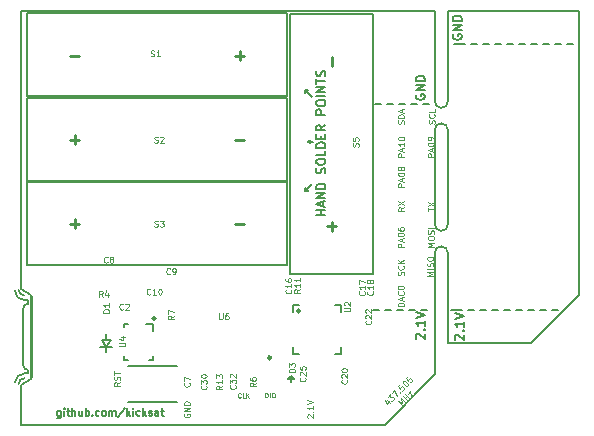
<source format=gbr>
%TF.GenerationSoftware,KiCad,Pcbnew,(6.0.0-rc1-dev-1614-ge850a482d)*%
%TF.CreationDate,2019-02-12T09:03:14-08:00*%
%TF.ProjectId,spriteSAMD,73707269-7465-4534-914d-442e6b696361,rev?*%
%TF.SameCoordinates,Original*%
%TF.FileFunction,Legend,Top*%
%TF.FilePolarity,Positive*%
%FSLAX46Y46*%
G04 Gerber Fmt 4.6, Leading zero omitted, Abs format (unit mm)*
G04 Created by KiCad (PCBNEW (6.0.0-rc1-dev-1614-ge850a482d)) date 2019-02-12 09:03:14*
%MOMM*%
%LPD*%
G04 APERTURE LIST*
%ADD10C,0.150000*%
%ADD11C,0.190500*%
%ADD12C,0.101600*%
%ADD13C,0.127000*%
%ADD14C,0.095250*%
%ADD15C,0.152400*%
%ADD16C,0.254000*%
%ADD17C,0.203200*%
%ADD18C,0.250000*%
G04 APERTURE END LIST*
D10*
X106172000Y-85090000D02*
X106426000Y-85090000D01*
X106172000Y-85217000D02*
X105981500Y-85090000D01*
X106172000Y-84963000D02*
X106172000Y-85217000D01*
X105981500Y-85090000D02*
X106172000Y-84963000D01*
X105981500Y-80708500D02*
X105727500Y-80962500D01*
X105727500Y-80962500D02*
X105727500Y-80708500D01*
X105727500Y-80708500D02*
X105981500Y-80708500D01*
X106299000Y-81280000D02*
X105727500Y-80708500D01*
X105981500Y-89217500D02*
X105727500Y-89217500D01*
X105727500Y-88963500D02*
X105981500Y-89217500D01*
X105727500Y-89217500D02*
X105727500Y-88963500D01*
X106299000Y-88646000D02*
X105727500Y-89217500D01*
D11*
X107469214Y-91313000D02*
X106707214Y-91313000D01*
X107070071Y-91313000D02*
X107070071Y-90877571D01*
X107469214Y-90877571D02*
X106707214Y-90877571D01*
X107251500Y-90551000D02*
X107251500Y-90188142D01*
X107469214Y-90623571D02*
X106707214Y-90369571D01*
X107469214Y-90115571D01*
X107469214Y-89861571D02*
X106707214Y-89861571D01*
X107469214Y-89426142D01*
X106707214Y-89426142D01*
X107469214Y-89063285D02*
X106707214Y-89063285D01*
X106707214Y-88881857D01*
X106743500Y-88773000D01*
X106816071Y-88700428D01*
X106888642Y-88664142D01*
X107033785Y-88627857D01*
X107142642Y-88627857D01*
X107287785Y-88664142D01*
X107360357Y-88700428D01*
X107432928Y-88773000D01*
X107469214Y-88881857D01*
X107469214Y-89063285D01*
X107432928Y-87757000D02*
X107469214Y-87648142D01*
X107469214Y-87466714D01*
X107432928Y-87394142D01*
X107396642Y-87357857D01*
X107324071Y-87321571D01*
X107251500Y-87321571D01*
X107178928Y-87357857D01*
X107142642Y-87394142D01*
X107106357Y-87466714D01*
X107070071Y-87611857D01*
X107033785Y-87684428D01*
X106997500Y-87720714D01*
X106924928Y-87757000D01*
X106852357Y-87757000D01*
X106779785Y-87720714D01*
X106743500Y-87684428D01*
X106707214Y-87611857D01*
X106707214Y-87430428D01*
X106743500Y-87321571D01*
X106707214Y-86849857D02*
X106707214Y-86704714D01*
X106743500Y-86632142D01*
X106816071Y-86559571D01*
X106961214Y-86523285D01*
X107215214Y-86523285D01*
X107360357Y-86559571D01*
X107432928Y-86632142D01*
X107469214Y-86704714D01*
X107469214Y-86849857D01*
X107432928Y-86922428D01*
X107360357Y-86995000D01*
X107215214Y-87031285D01*
X106961214Y-87031285D01*
X106816071Y-86995000D01*
X106743500Y-86922428D01*
X106707214Y-86849857D01*
X107469214Y-85833857D02*
X107469214Y-86196714D01*
X106707214Y-86196714D01*
X107469214Y-85579857D02*
X106707214Y-85579857D01*
X106707214Y-85398428D01*
X106743500Y-85289571D01*
X106816071Y-85217000D01*
X106888642Y-85180714D01*
X107033785Y-85144428D01*
X107142642Y-85144428D01*
X107287785Y-85180714D01*
X107360357Y-85217000D01*
X107432928Y-85289571D01*
X107469214Y-85398428D01*
X107469214Y-85579857D01*
X107070071Y-84817857D02*
X107070071Y-84563857D01*
X107469214Y-84455000D02*
X107469214Y-84817857D01*
X106707214Y-84817857D01*
X106707214Y-84455000D01*
X107469214Y-83693000D02*
X107106357Y-83947000D01*
X107469214Y-84128428D02*
X106707214Y-84128428D01*
X106707214Y-83838142D01*
X106743500Y-83765571D01*
X106779785Y-83729285D01*
X106852357Y-83693000D01*
X106961214Y-83693000D01*
X107033785Y-83729285D01*
X107070071Y-83765571D01*
X107106357Y-83838142D01*
X107106357Y-84128428D01*
X107469214Y-82785857D02*
X106707214Y-82785857D01*
X106707214Y-82495571D01*
X106743500Y-82423000D01*
X106779785Y-82386714D01*
X106852357Y-82350428D01*
X106961214Y-82350428D01*
X107033785Y-82386714D01*
X107070071Y-82423000D01*
X107106357Y-82495571D01*
X107106357Y-82785857D01*
X106707214Y-81878714D02*
X106707214Y-81733571D01*
X106743500Y-81661000D01*
X106816071Y-81588428D01*
X106961214Y-81552142D01*
X107215214Y-81552142D01*
X107360357Y-81588428D01*
X107432928Y-81661000D01*
X107469214Y-81733571D01*
X107469214Y-81878714D01*
X107432928Y-81951285D01*
X107360357Y-82023857D01*
X107215214Y-82060142D01*
X106961214Y-82060142D01*
X106816071Y-82023857D01*
X106743500Y-81951285D01*
X106707214Y-81878714D01*
X107469214Y-81225571D02*
X106707214Y-81225571D01*
X107469214Y-80862714D02*
X106707214Y-80862714D01*
X107469214Y-80427285D01*
X106707214Y-80427285D01*
X106707214Y-80173285D02*
X106707214Y-79737857D01*
X107469214Y-79955571D02*
X106707214Y-79955571D01*
X107432928Y-79520142D02*
X107469214Y-79411285D01*
X107469214Y-79229857D01*
X107432928Y-79157285D01*
X107396642Y-79121000D01*
X107324071Y-79084714D01*
X107251500Y-79084714D01*
X107178928Y-79121000D01*
X107142642Y-79157285D01*
X107106357Y-79229857D01*
X107070071Y-79375000D01*
X107033785Y-79447571D01*
X106997500Y-79483857D01*
X106924928Y-79520142D01*
X106852357Y-79520142D01*
X106779785Y-79483857D01*
X106743500Y-79447571D01*
X106707214Y-79375000D01*
X106707214Y-79193571D01*
X106743500Y-79084714D01*
D12*
X114110709Y-98992266D02*
X113602709Y-98992266D01*
X113602709Y-98871314D01*
X113626900Y-98798742D01*
X113675280Y-98750361D01*
X113723661Y-98726171D01*
X113820423Y-98701980D01*
X113892995Y-98701980D01*
X113989757Y-98726171D01*
X114038138Y-98750361D01*
X114086519Y-98798742D01*
X114110709Y-98871314D01*
X114110709Y-98992266D01*
X113965566Y-98508457D02*
X113965566Y-98266552D01*
X114110709Y-98556838D02*
X113602709Y-98387504D01*
X114110709Y-98218171D01*
X114062328Y-97758552D02*
X114086519Y-97782742D01*
X114110709Y-97855314D01*
X114110709Y-97903695D01*
X114086519Y-97976266D01*
X114038138Y-98024647D01*
X113989757Y-98048838D01*
X113892995Y-98073028D01*
X113820423Y-98073028D01*
X113723661Y-98048838D01*
X113675280Y-98024647D01*
X113626900Y-97976266D01*
X113602709Y-97903695D01*
X113602709Y-97855314D01*
X113626900Y-97782742D01*
X113651090Y-97758552D01*
X113602709Y-97444076D02*
X113602709Y-97395695D01*
X113626900Y-97347314D01*
X113651090Y-97323123D01*
X113699471Y-97298933D01*
X113796233Y-97274742D01*
X113917185Y-97274742D01*
X114013947Y-97298933D01*
X114062328Y-97323123D01*
X114086519Y-97347314D01*
X114110709Y-97395695D01*
X114110709Y-97444076D01*
X114086519Y-97492457D01*
X114062328Y-97516647D01*
X114013947Y-97540838D01*
X113917185Y-97565028D01*
X113796233Y-97565028D01*
X113699471Y-97540838D01*
X113651090Y-97516647D01*
X113626900Y-97492457D01*
X113602709Y-97444076D01*
X95504000Y-108133847D02*
X95479809Y-108182228D01*
X95479809Y-108254800D01*
X95504000Y-108327371D01*
X95552380Y-108375752D01*
X95600761Y-108399942D01*
X95697523Y-108424133D01*
X95770095Y-108424133D01*
X95866857Y-108399942D01*
X95915238Y-108375752D01*
X95963619Y-108327371D01*
X95987809Y-108254800D01*
X95987809Y-108206419D01*
X95963619Y-108133847D01*
X95939428Y-108109657D01*
X95770095Y-108109657D01*
X95770095Y-108206419D01*
X95987809Y-107891942D02*
X95479809Y-107891942D01*
X95987809Y-107601657D01*
X95479809Y-107601657D01*
X95987809Y-107359752D02*
X95479809Y-107359752D01*
X95479809Y-107238800D01*
X95504000Y-107166228D01*
X95552380Y-107117847D01*
X95600761Y-107093657D01*
X95697523Y-107069466D01*
X95770095Y-107069466D01*
X95866857Y-107093657D01*
X95915238Y-107117847D01*
X95963619Y-107166228D01*
X95987809Y-107238800D01*
X95987809Y-107359752D01*
D13*
X85042223Y-107852028D02*
X85042223Y-108366076D01*
X85011985Y-108426552D01*
X84981747Y-108456790D01*
X84921271Y-108487028D01*
X84830557Y-108487028D01*
X84770080Y-108456790D01*
X85042223Y-108245123D02*
X84981747Y-108275361D01*
X84860795Y-108275361D01*
X84800319Y-108245123D01*
X84770080Y-108214885D01*
X84739842Y-108154409D01*
X84739842Y-107972980D01*
X84770080Y-107912504D01*
X84800319Y-107882266D01*
X84860795Y-107852028D01*
X84981747Y-107852028D01*
X85042223Y-107882266D01*
X85344604Y-108275361D02*
X85344604Y-107852028D01*
X85344604Y-107640361D02*
X85314366Y-107670600D01*
X85344604Y-107700838D01*
X85374842Y-107670600D01*
X85344604Y-107640361D01*
X85344604Y-107700838D01*
X85556271Y-107852028D02*
X85798176Y-107852028D01*
X85646985Y-107640361D02*
X85646985Y-108184647D01*
X85677223Y-108245123D01*
X85737700Y-108275361D01*
X85798176Y-108275361D01*
X86009842Y-108275361D02*
X86009842Y-107640361D01*
X86281985Y-108275361D02*
X86281985Y-107942742D01*
X86251747Y-107882266D01*
X86191271Y-107852028D01*
X86100557Y-107852028D01*
X86040080Y-107882266D01*
X86009842Y-107912504D01*
X86856509Y-107852028D02*
X86856509Y-108275361D01*
X86584366Y-107852028D02*
X86584366Y-108184647D01*
X86614604Y-108245123D01*
X86675080Y-108275361D01*
X86765795Y-108275361D01*
X86826271Y-108245123D01*
X86856509Y-108214885D01*
X87158890Y-108275361D02*
X87158890Y-107640361D01*
X87158890Y-107882266D02*
X87219366Y-107852028D01*
X87340319Y-107852028D01*
X87400795Y-107882266D01*
X87431033Y-107912504D01*
X87461271Y-107972980D01*
X87461271Y-108154409D01*
X87431033Y-108214885D01*
X87400795Y-108245123D01*
X87340319Y-108275361D01*
X87219366Y-108275361D01*
X87158890Y-108245123D01*
X87733414Y-108214885D02*
X87763652Y-108245123D01*
X87733414Y-108275361D01*
X87703176Y-108245123D01*
X87733414Y-108214885D01*
X87733414Y-108275361D01*
X88307938Y-108245123D02*
X88247461Y-108275361D01*
X88126509Y-108275361D01*
X88066033Y-108245123D01*
X88035795Y-108214885D01*
X88005557Y-108154409D01*
X88005557Y-107972980D01*
X88035795Y-107912504D01*
X88066033Y-107882266D01*
X88126509Y-107852028D01*
X88247461Y-107852028D01*
X88307938Y-107882266D01*
X88670795Y-108275361D02*
X88610319Y-108245123D01*
X88580080Y-108214885D01*
X88549842Y-108154409D01*
X88549842Y-107972980D01*
X88580080Y-107912504D01*
X88610319Y-107882266D01*
X88670795Y-107852028D01*
X88761509Y-107852028D01*
X88821985Y-107882266D01*
X88852223Y-107912504D01*
X88882461Y-107972980D01*
X88882461Y-108154409D01*
X88852223Y-108214885D01*
X88821985Y-108245123D01*
X88761509Y-108275361D01*
X88670795Y-108275361D01*
X89154604Y-108275361D02*
X89154604Y-107852028D01*
X89154604Y-107912504D02*
X89184842Y-107882266D01*
X89245319Y-107852028D01*
X89336033Y-107852028D01*
X89396509Y-107882266D01*
X89426747Y-107942742D01*
X89426747Y-108275361D01*
X89426747Y-107942742D02*
X89456985Y-107882266D01*
X89517461Y-107852028D01*
X89608176Y-107852028D01*
X89668652Y-107882266D01*
X89698890Y-107942742D01*
X89698890Y-108275361D01*
X90454842Y-107610123D02*
X89910557Y-108426552D01*
X90666509Y-108275361D02*
X90666509Y-107640361D01*
X90726985Y-108033457D02*
X90908414Y-108275361D01*
X90908414Y-107852028D02*
X90666509Y-108093933D01*
X91180557Y-108275361D02*
X91180557Y-107852028D01*
X91180557Y-107640361D02*
X91150319Y-107670600D01*
X91180557Y-107700838D01*
X91210795Y-107670600D01*
X91180557Y-107640361D01*
X91180557Y-107700838D01*
X91755080Y-108245123D02*
X91694604Y-108275361D01*
X91573652Y-108275361D01*
X91513176Y-108245123D01*
X91482938Y-108214885D01*
X91452700Y-108154409D01*
X91452700Y-107972980D01*
X91482938Y-107912504D01*
X91513176Y-107882266D01*
X91573652Y-107852028D01*
X91694604Y-107852028D01*
X91755080Y-107882266D01*
X92027223Y-108275361D02*
X92027223Y-107640361D01*
X92087700Y-108033457D02*
X92269128Y-108275361D01*
X92269128Y-107852028D02*
X92027223Y-108093933D01*
X92511033Y-108245123D02*
X92571509Y-108275361D01*
X92692461Y-108275361D01*
X92752938Y-108245123D01*
X92783176Y-108184647D01*
X92783176Y-108154409D01*
X92752938Y-108093933D01*
X92692461Y-108063695D01*
X92601747Y-108063695D01*
X92541271Y-108033457D01*
X92511033Y-107972980D01*
X92511033Y-107942742D01*
X92541271Y-107882266D01*
X92601747Y-107852028D01*
X92692461Y-107852028D01*
X92752938Y-107882266D01*
X93327461Y-108275361D02*
X93327461Y-107942742D01*
X93297223Y-107882266D01*
X93236747Y-107852028D01*
X93115795Y-107852028D01*
X93055319Y-107882266D01*
X93327461Y-108245123D02*
X93266985Y-108275361D01*
X93115795Y-108275361D01*
X93055319Y-108245123D01*
X93025080Y-108184647D01*
X93025080Y-108124171D01*
X93055319Y-108063695D01*
X93115795Y-108033457D01*
X93266985Y-108033457D01*
X93327461Y-108003219D01*
X93539128Y-107852028D02*
X93781033Y-107852028D01*
X93629842Y-107640361D02*
X93629842Y-108184647D01*
X93660080Y-108245123D01*
X93720557Y-108275361D01*
X93781033Y-108275361D01*
D10*
X105337865Y-99400360D02*
G75*
G03X105337865Y-99400360I-174245J0D01*
G01*
X105225421Y-99400360D02*
G75*
G03X105225421Y-99400360I-61801J0D01*
G01*
X104536240Y-105041700D02*
X104536240Y-105092500D01*
X104790240Y-105143300D02*
X104587040Y-105143300D01*
X104536240Y-104940100D02*
X104790240Y-105143300D01*
X104282240Y-105143300D02*
X104536240Y-104940100D01*
X104536240Y-105143300D02*
X104282240Y-105143300D01*
X104536240Y-105397300D02*
X104536240Y-105143300D01*
D12*
X90069609Y-105446890D02*
X89827704Y-105616223D01*
X90069609Y-105737176D02*
X89561609Y-105737176D01*
X89561609Y-105543652D01*
X89585800Y-105495271D01*
X89609990Y-105471080D01*
X89658371Y-105446890D01*
X89730942Y-105446890D01*
X89779323Y-105471080D01*
X89803514Y-105495271D01*
X89827704Y-105543652D01*
X89827704Y-105737176D01*
X90045419Y-105253366D02*
X90069609Y-105180795D01*
X90069609Y-105059842D01*
X90045419Y-105011461D01*
X90021228Y-104987271D01*
X89972847Y-104963080D01*
X89924466Y-104963080D01*
X89876085Y-104987271D01*
X89851895Y-105011461D01*
X89827704Y-105059842D01*
X89803514Y-105156604D01*
X89779323Y-105204985D01*
X89755133Y-105229176D01*
X89706752Y-105253366D01*
X89658371Y-105253366D01*
X89609990Y-105229176D01*
X89585800Y-105204985D01*
X89561609Y-105156604D01*
X89561609Y-105035652D01*
X89585800Y-104963080D01*
X89561609Y-104817938D02*
X89561609Y-104527652D01*
X90069609Y-104672795D02*
X89561609Y-104672795D01*
X105972670Y-108454734D02*
X105948480Y-108430543D01*
X105924289Y-108382162D01*
X105924289Y-108261210D01*
X105948480Y-108212829D01*
X105972670Y-108188639D01*
X106021051Y-108164448D01*
X106069432Y-108164448D01*
X106142003Y-108188639D01*
X106432289Y-108478924D01*
X106432289Y-108164448D01*
X106383908Y-107946734D02*
X106408099Y-107922543D01*
X106432289Y-107946734D01*
X106408099Y-107970924D01*
X106383908Y-107946734D01*
X106432289Y-107946734D01*
X106432289Y-107438734D02*
X106432289Y-107729020D01*
X106432289Y-107583877D02*
X105924289Y-107583877D01*
X105996860Y-107632258D01*
X106045241Y-107680639D01*
X106069432Y-107729020D01*
X105924289Y-107293591D02*
X106432289Y-107124258D01*
X105924289Y-106954924D01*
D14*
X100281014Y-106714471D02*
X100262871Y-106732614D01*
X100208442Y-106750757D01*
X100172157Y-106750757D01*
X100117728Y-106732614D01*
X100081442Y-106696328D01*
X100063300Y-106660042D01*
X100045157Y-106587471D01*
X100045157Y-106533042D01*
X100063300Y-106460471D01*
X100081442Y-106424185D01*
X100117728Y-106387900D01*
X100172157Y-106369757D01*
X100208442Y-106369757D01*
X100262871Y-106387900D01*
X100281014Y-106406042D01*
X100625728Y-106750757D02*
X100444300Y-106750757D01*
X100444300Y-106369757D01*
X100752728Y-106750757D02*
X100752728Y-106369757D01*
X100970442Y-106750757D02*
X100807157Y-106533042D01*
X100970442Y-106369757D02*
X100752728Y-106587471D01*
X102378328Y-106725357D02*
X102378328Y-106344357D01*
X102469042Y-106344357D01*
X102523471Y-106362500D01*
X102559757Y-106398785D01*
X102577900Y-106435071D01*
X102596042Y-106507642D01*
X102596042Y-106562071D01*
X102577900Y-106634642D01*
X102559757Y-106670928D01*
X102523471Y-106707214D01*
X102469042Y-106725357D01*
X102378328Y-106725357D01*
X102759328Y-106725357D02*
X102759328Y-106344357D01*
X103013328Y-106344357D02*
X103085900Y-106344357D01*
X103122185Y-106362500D01*
X103158471Y-106398785D01*
X103176614Y-106471357D01*
X103176614Y-106598357D01*
X103158471Y-106670928D01*
X103122185Y-106707214D01*
X103085900Y-106725357D01*
X103013328Y-106725357D01*
X102977042Y-106707214D01*
X102940757Y-106670928D01*
X102922614Y-106598357D01*
X102922614Y-106471357D01*
X102940757Y-106398785D01*
X102977042Y-106362500D01*
X103013328Y-106344357D01*
D10*
X116701044Y-84099400D02*
G75*
G02X117842556Y-84099400I570756J0D01*
G01*
X117842556Y-81635600D02*
G75*
G02X116701044Y-81635600I-570756J0D01*
G01*
X116701044Y-94513400D02*
G75*
G02X117842556Y-94513400I570756J0D01*
G01*
X117842556Y-92049600D02*
G75*
G02X116701044Y-92049600I-570756J0D01*
G01*
D12*
X112689729Y-106966865D02*
X112929203Y-107206338D01*
X112467361Y-106915549D02*
X112638413Y-107257654D01*
X112860782Y-107035286D01*
X112723940Y-106693181D02*
X112946308Y-106470812D01*
X112963413Y-106727391D01*
X113014729Y-106676075D01*
X113066045Y-106658970D01*
X113100255Y-106658970D01*
X113151571Y-106676075D01*
X113237097Y-106761602D01*
X113254202Y-106812917D01*
X113254202Y-106847128D01*
X113237097Y-106898444D01*
X113134466Y-107001075D01*
X113083150Y-107018180D01*
X113048939Y-107018180D01*
X113066045Y-106351076D02*
X113305518Y-106111602D01*
X113510781Y-106624760D01*
X113767360Y-106299760D02*
X113801570Y-106299760D01*
X113801570Y-106333970D01*
X113767360Y-106333970D01*
X113767360Y-106299760D01*
X113801570Y-106333970D01*
X113784465Y-105632655D02*
X113613413Y-105803708D01*
X113767360Y-105991865D01*
X113767360Y-105957655D01*
X113784465Y-105906339D01*
X113869991Y-105820813D01*
X113921307Y-105803708D01*
X113955518Y-105803708D01*
X114006833Y-105820813D01*
X114092360Y-105906339D01*
X114109465Y-105957655D01*
X114109465Y-105991865D01*
X114092360Y-106043181D01*
X114006833Y-106128707D01*
X113955518Y-106145813D01*
X113921307Y-106145813D01*
X114023939Y-105393182D02*
X114058149Y-105358971D01*
X114109465Y-105341866D01*
X114143675Y-105341866D01*
X114194991Y-105358971D01*
X114280517Y-105410287D01*
X114366044Y-105495813D01*
X114417359Y-105581339D01*
X114434465Y-105632655D01*
X114434465Y-105666866D01*
X114417359Y-105718181D01*
X114383149Y-105752392D01*
X114331833Y-105769497D01*
X114297623Y-105769497D01*
X114246307Y-105752392D01*
X114160781Y-105701076D01*
X114075254Y-105615550D01*
X114023939Y-105530024D01*
X114006833Y-105478708D01*
X114006833Y-105444497D01*
X114023939Y-105393182D01*
X114468675Y-104948445D02*
X114297623Y-105119498D01*
X114451570Y-105307655D01*
X114451570Y-105273445D01*
X114468675Y-105222129D01*
X114554201Y-105136603D01*
X114605517Y-105119498D01*
X114639728Y-105119498D01*
X114691043Y-105136603D01*
X114776570Y-105222129D01*
X114793675Y-105273445D01*
X114793675Y-105307655D01*
X114776570Y-105358971D01*
X114691043Y-105444497D01*
X114639728Y-105461603D01*
X114605517Y-105461603D01*
X113958938Y-107397916D02*
X113599728Y-107038706D01*
X113976044Y-107175548D01*
X113839202Y-106799233D01*
X114198412Y-107158443D01*
X114369464Y-106987390D02*
X114010254Y-106628180D01*
X114181307Y-106799233D02*
X114386569Y-106593970D01*
X114574727Y-106782128D02*
X114215517Y-106422917D01*
X114472096Y-106405812D02*
X114660253Y-106217654D01*
X114711569Y-106645286D01*
X114899727Y-106457128D01*
X116168109Y-90950747D02*
X116168109Y-90660461D01*
X116676109Y-90805604D02*
X116168109Y-90805604D01*
X116168109Y-90539509D02*
X116676109Y-90200842D01*
X116168109Y-90200842D02*
X116676109Y-90539509D01*
X114136109Y-90648366D02*
X113894204Y-90817700D01*
X114136109Y-90938652D02*
X113628109Y-90938652D01*
X113628109Y-90745128D01*
X113652300Y-90696747D01*
X113676490Y-90672557D01*
X113724871Y-90648366D01*
X113797442Y-90648366D01*
X113845823Y-90672557D01*
X113870014Y-90696747D01*
X113894204Y-90745128D01*
X113894204Y-90938652D01*
X113628109Y-90479033D02*
X114136109Y-90140366D01*
X113628109Y-90140366D02*
X114136109Y-90479033D01*
X116690019Y-83561161D02*
X116714209Y-83488590D01*
X116714209Y-83367638D01*
X116690019Y-83319257D01*
X116665828Y-83295066D01*
X116617447Y-83270876D01*
X116569066Y-83270876D01*
X116520685Y-83295066D01*
X116496495Y-83319257D01*
X116472304Y-83367638D01*
X116448114Y-83464400D01*
X116423923Y-83512780D01*
X116399733Y-83536971D01*
X116351352Y-83561161D01*
X116302971Y-83561161D01*
X116254590Y-83536971D01*
X116230400Y-83512780D01*
X116206209Y-83464400D01*
X116206209Y-83343447D01*
X116230400Y-83270876D01*
X116665828Y-82762876D02*
X116690019Y-82787066D01*
X116714209Y-82859638D01*
X116714209Y-82908019D01*
X116690019Y-82980590D01*
X116641638Y-83028971D01*
X116593257Y-83053161D01*
X116496495Y-83077352D01*
X116423923Y-83077352D01*
X116327161Y-83053161D01*
X116278780Y-83028971D01*
X116230400Y-82980590D01*
X116206209Y-82908019D01*
X116206209Y-82859638D01*
X116230400Y-82787066D01*
X116254590Y-82762876D01*
X116714209Y-82303257D02*
X116714209Y-82545161D01*
X116206209Y-82545161D01*
X114099219Y-83573257D02*
X114123409Y-83500685D01*
X114123409Y-83379733D01*
X114099219Y-83331352D01*
X114075028Y-83307161D01*
X114026647Y-83282971D01*
X113978266Y-83282971D01*
X113929885Y-83307161D01*
X113905695Y-83331352D01*
X113881504Y-83379733D01*
X113857314Y-83476495D01*
X113833123Y-83524876D01*
X113808933Y-83549066D01*
X113760552Y-83573257D01*
X113712171Y-83573257D01*
X113663790Y-83549066D01*
X113639600Y-83524876D01*
X113615409Y-83476495D01*
X113615409Y-83355542D01*
X113639600Y-83282971D01*
X114123409Y-83065257D02*
X113615409Y-83065257D01*
X113615409Y-82944304D01*
X113639600Y-82871733D01*
X113687980Y-82823352D01*
X113736361Y-82799161D01*
X113833123Y-82774971D01*
X113905695Y-82774971D01*
X114002457Y-82799161D01*
X114050838Y-82823352D01*
X114099219Y-82871733D01*
X114123409Y-82944304D01*
X114123409Y-83065257D01*
X113978266Y-82581447D02*
X113978266Y-82339542D01*
X114123409Y-82629828D02*
X113615409Y-82460495D01*
X114123409Y-82291161D01*
X116638009Y-86356371D02*
X116130009Y-86356371D01*
X116130009Y-86162847D01*
X116154200Y-86114466D01*
X116178390Y-86090276D01*
X116226771Y-86066085D01*
X116299342Y-86066085D01*
X116347723Y-86090276D01*
X116371914Y-86114466D01*
X116396104Y-86162847D01*
X116396104Y-86356371D01*
X116492866Y-85872561D02*
X116492866Y-85630657D01*
X116638009Y-85920942D02*
X116130009Y-85751609D01*
X116638009Y-85582276D01*
X116130009Y-85316180D02*
X116130009Y-85267800D01*
X116154200Y-85219419D01*
X116178390Y-85195228D01*
X116226771Y-85171038D01*
X116323533Y-85146847D01*
X116444485Y-85146847D01*
X116541247Y-85171038D01*
X116589628Y-85195228D01*
X116613819Y-85219419D01*
X116638009Y-85267800D01*
X116638009Y-85316180D01*
X116613819Y-85364561D01*
X116589628Y-85388752D01*
X116541247Y-85412942D01*
X116444485Y-85437133D01*
X116323533Y-85437133D01*
X116226771Y-85412942D01*
X116178390Y-85388752D01*
X116154200Y-85364561D01*
X116130009Y-85316180D01*
X116638009Y-84904942D02*
X116638009Y-84808180D01*
X116613819Y-84759800D01*
X116589628Y-84735609D01*
X116517057Y-84687228D01*
X116420295Y-84663038D01*
X116226771Y-84663038D01*
X116178390Y-84687228D01*
X116154200Y-84711419D01*
X116130009Y-84759800D01*
X116130009Y-84856561D01*
X116154200Y-84904942D01*
X116178390Y-84929133D01*
X116226771Y-84953323D01*
X116347723Y-84953323D01*
X116396104Y-84929133D01*
X116420295Y-84904942D01*
X116444485Y-84856561D01*
X116444485Y-84759800D01*
X116420295Y-84711419D01*
X116396104Y-84687228D01*
X116347723Y-84663038D01*
X114123409Y-86356371D02*
X113615409Y-86356371D01*
X113615409Y-86162847D01*
X113639600Y-86114466D01*
X113663790Y-86090276D01*
X113712171Y-86066085D01*
X113784742Y-86066085D01*
X113833123Y-86090276D01*
X113857314Y-86114466D01*
X113881504Y-86162847D01*
X113881504Y-86356371D01*
X113978266Y-85872561D02*
X113978266Y-85630657D01*
X114123409Y-85920942D02*
X113615409Y-85751609D01*
X114123409Y-85582276D01*
X114123409Y-85146847D02*
X114123409Y-85437133D01*
X114123409Y-85291990D02*
X113615409Y-85291990D01*
X113687980Y-85340371D01*
X113736361Y-85388752D01*
X113760552Y-85437133D01*
X113615409Y-84832371D02*
X113615409Y-84783990D01*
X113639600Y-84735609D01*
X113663790Y-84711419D01*
X113712171Y-84687228D01*
X113808933Y-84663038D01*
X113929885Y-84663038D01*
X114026647Y-84687228D01*
X114075028Y-84711419D01*
X114099219Y-84735609D01*
X114123409Y-84783990D01*
X114123409Y-84832371D01*
X114099219Y-84880752D01*
X114075028Y-84904942D01*
X114026647Y-84929133D01*
X113929885Y-84953323D01*
X113808933Y-84953323D01*
X113712171Y-84929133D01*
X113663790Y-84904942D01*
X113639600Y-84880752D01*
X113615409Y-84832371D01*
X114123409Y-88896371D02*
X113615409Y-88896371D01*
X113615409Y-88702847D01*
X113639600Y-88654466D01*
X113663790Y-88630276D01*
X113712171Y-88606085D01*
X113784742Y-88606085D01*
X113833123Y-88630276D01*
X113857314Y-88654466D01*
X113881504Y-88702847D01*
X113881504Y-88896371D01*
X113978266Y-88412561D02*
X113978266Y-88170657D01*
X114123409Y-88460942D02*
X113615409Y-88291609D01*
X114123409Y-88122276D01*
X113615409Y-87856180D02*
X113615409Y-87807800D01*
X113639600Y-87759419D01*
X113663790Y-87735228D01*
X113712171Y-87711038D01*
X113808933Y-87686847D01*
X113929885Y-87686847D01*
X114026647Y-87711038D01*
X114075028Y-87735228D01*
X114099219Y-87759419D01*
X114123409Y-87807800D01*
X114123409Y-87856180D01*
X114099219Y-87904561D01*
X114075028Y-87928752D01*
X114026647Y-87952942D01*
X113929885Y-87977133D01*
X113808933Y-87977133D01*
X113712171Y-87952942D01*
X113663790Y-87928752D01*
X113639600Y-87904561D01*
X113615409Y-87856180D01*
X113833123Y-87396561D02*
X113808933Y-87444942D01*
X113784742Y-87469133D01*
X113736361Y-87493323D01*
X113712171Y-87493323D01*
X113663790Y-87469133D01*
X113639600Y-87444942D01*
X113615409Y-87396561D01*
X113615409Y-87299800D01*
X113639600Y-87251419D01*
X113663790Y-87227228D01*
X113712171Y-87203038D01*
X113736361Y-87203038D01*
X113784742Y-87227228D01*
X113808933Y-87251419D01*
X113833123Y-87299800D01*
X113833123Y-87396561D01*
X113857314Y-87444942D01*
X113881504Y-87469133D01*
X113929885Y-87493323D01*
X114026647Y-87493323D01*
X114075028Y-87469133D01*
X114099219Y-87444942D01*
X114123409Y-87396561D01*
X114123409Y-87299800D01*
X114099219Y-87251419D01*
X114075028Y-87227228D01*
X114026647Y-87203038D01*
X113929885Y-87203038D01*
X113881504Y-87227228D01*
X113857314Y-87251419D01*
X113833123Y-87299800D01*
X114110709Y-94001771D02*
X113602709Y-94001771D01*
X113602709Y-93808247D01*
X113626900Y-93759866D01*
X113651090Y-93735676D01*
X113699471Y-93711485D01*
X113772042Y-93711485D01*
X113820423Y-93735676D01*
X113844614Y-93759866D01*
X113868804Y-93808247D01*
X113868804Y-94001771D01*
X113965566Y-93517961D02*
X113965566Y-93276057D01*
X114110709Y-93566342D02*
X113602709Y-93397009D01*
X114110709Y-93227676D01*
X113602709Y-92961580D02*
X113602709Y-92913200D01*
X113626900Y-92864819D01*
X113651090Y-92840628D01*
X113699471Y-92816438D01*
X113796233Y-92792247D01*
X113917185Y-92792247D01*
X114013947Y-92816438D01*
X114062328Y-92840628D01*
X114086519Y-92864819D01*
X114110709Y-92913200D01*
X114110709Y-92961580D01*
X114086519Y-93009961D01*
X114062328Y-93034152D01*
X114013947Y-93058342D01*
X113917185Y-93082533D01*
X113796233Y-93082533D01*
X113699471Y-93058342D01*
X113651090Y-93034152D01*
X113626900Y-93009961D01*
X113602709Y-92961580D01*
X113602709Y-92356819D02*
X113602709Y-92453580D01*
X113626900Y-92501961D01*
X113651090Y-92526152D01*
X113723661Y-92574533D01*
X113820423Y-92598723D01*
X114013947Y-92598723D01*
X114062328Y-92574533D01*
X114086519Y-92550342D01*
X114110709Y-92501961D01*
X114110709Y-92405200D01*
X114086519Y-92356819D01*
X114062328Y-92332628D01*
X114013947Y-92308438D01*
X113892995Y-92308438D01*
X113844614Y-92332628D01*
X113820423Y-92356819D01*
X113796233Y-92405200D01*
X113796233Y-92501961D01*
X113820423Y-92550342D01*
X113844614Y-92574533D01*
X113892995Y-92598723D01*
X116650709Y-93965485D02*
X116142709Y-93965485D01*
X116505566Y-93796152D01*
X116142709Y-93626819D01*
X116650709Y-93626819D01*
X116142709Y-93288152D02*
X116142709Y-93191390D01*
X116166900Y-93143009D01*
X116215280Y-93094628D01*
X116312042Y-93070438D01*
X116481376Y-93070438D01*
X116578138Y-93094628D01*
X116626519Y-93143009D01*
X116650709Y-93191390D01*
X116650709Y-93288152D01*
X116626519Y-93336533D01*
X116578138Y-93384914D01*
X116481376Y-93409104D01*
X116312042Y-93409104D01*
X116215280Y-93384914D01*
X116166900Y-93336533D01*
X116142709Y-93288152D01*
X116626519Y-92876914D02*
X116650709Y-92804342D01*
X116650709Y-92683390D01*
X116626519Y-92635009D01*
X116602328Y-92610819D01*
X116553947Y-92586628D01*
X116505566Y-92586628D01*
X116457185Y-92610819D01*
X116432995Y-92635009D01*
X116408804Y-92683390D01*
X116384614Y-92780152D01*
X116360423Y-92828533D01*
X116336233Y-92852723D01*
X116287852Y-92876914D01*
X116239471Y-92876914D01*
X116191090Y-92852723D01*
X116166900Y-92828533D01*
X116142709Y-92780152D01*
X116142709Y-92659200D01*
X116166900Y-92586628D01*
X116650709Y-92368914D02*
X116142709Y-92368914D01*
X116599909Y-96429285D02*
X116091909Y-96429285D01*
X116454766Y-96259952D01*
X116091909Y-96090619D01*
X116599909Y-96090619D01*
X116599909Y-95848714D02*
X116091909Y-95848714D01*
X116575719Y-95631000D02*
X116599909Y-95558428D01*
X116599909Y-95437476D01*
X116575719Y-95389095D01*
X116551528Y-95364904D01*
X116503147Y-95340714D01*
X116454766Y-95340714D01*
X116406385Y-95364904D01*
X116382195Y-95389095D01*
X116358004Y-95437476D01*
X116333814Y-95534238D01*
X116309623Y-95582619D01*
X116285433Y-95606809D01*
X116237052Y-95631000D01*
X116188671Y-95631000D01*
X116140290Y-95606809D01*
X116116100Y-95582619D01*
X116091909Y-95534238D01*
X116091909Y-95413285D01*
X116116100Y-95340714D01*
X116091909Y-95026238D02*
X116091909Y-94929476D01*
X116116100Y-94881095D01*
X116164480Y-94832714D01*
X116261242Y-94808523D01*
X116430576Y-94808523D01*
X116527338Y-94832714D01*
X116575719Y-94881095D01*
X116599909Y-94929476D01*
X116599909Y-95026238D01*
X116575719Y-95074619D01*
X116527338Y-95123000D01*
X116430576Y-95147190D01*
X116261242Y-95147190D01*
X116164480Y-95123000D01*
X116116100Y-95074619D01*
X116091909Y-95026238D01*
X114086519Y-96385742D02*
X114110709Y-96313171D01*
X114110709Y-96192219D01*
X114086519Y-96143838D01*
X114062328Y-96119647D01*
X114013947Y-96095457D01*
X113965566Y-96095457D01*
X113917185Y-96119647D01*
X113892995Y-96143838D01*
X113868804Y-96192219D01*
X113844614Y-96288980D01*
X113820423Y-96337361D01*
X113796233Y-96361552D01*
X113747852Y-96385742D01*
X113699471Y-96385742D01*
X113651090Y-96361552D01*
X113626900Y-96337361D01*
X113602709Y-96288980D01*
X113602709Y-96168028D01*
X113626900Y-96095457D01*
X114062328Y-95587457D02*
X114086519Y-95611647D01*
X114110709Y-95684219D01*
X114110709Y-95732600D01*
X114086519Y-95805171D01*
X114038138Y-95853552D01*
X113989757Y-95877742D01*
X113892995Y-95901933D01*
X113820423Y-95901933D01*
X113723661Y-95877742D01*
X113675280Y-95853552D01*
X113626900Y-95805171D01*
X113602709Y-95732600D01*
X113602709Y-95684219D01*
X113626900Y-95611647D01*
X113651090Y-95587457D01*
X114110709Y-95369742D02*
X113602709Y-95369742D01*
X114110709Y-95079457D02*
X113820423Y-95297171D01*
X113602709Y-95079457D02*
X113892995Y-95369742D01*
D11*
X115154800Y-81102571D02*
X115118514Y-81175142D01*
X115118514Y-81284000D01*
X115154800Y-81392857D01*
X115227371Y-81465428D01*
X115299942Y-81501714D01*
X115445085Y-81538000D01*
X115553942Y-81538000D01*
X115699085Y-81501714D01*
X115771657Y-81465428D01*
X115844228Y-81392857D01*
X115880514Y-81284000D01*
X115880514Y-81211428D01*
X115844228Y-81102571D01*
X115807942Y-81066285D01*
X115553942Y-81066285D01*
X115553942Y-81211428D01*
X115880514Y-80739714D02*
X115118514Y-80739714D01*
X115880514Y-80304285D01*
X115118514Y-80304285D01*
X115880514Y-79941428D02*
X115118514Y-79941428D01*
X115118514Y-79760000D01*
X115154800Y-79651142D01*
X115227371Y-79578571D01*
X115299942Y-79542285D01*
X115445085Y-79506000D01*
X115553942Y-79506000D01*
X115699085Y-79542285D01*
X115771657Y-79578571D01*
X115844228Y-79651142D01*
X115880514Y-79760000D01*
X115880514Y-79941428D01*
D10*
X112696000Y-81875000D02*
X113204000Y-81875000D01*
X115744000Y-81875000D02*
X116252000Y-81875000D01*
X114728000Y-81875000D02*
X115236000Y-81875000D01*
X111680000Y-81875000D02*
X112188000Y-81875000D01*
X113712000Y-81875000D02*
X114220000Y-81875000D01*
X92980081Y-100045520D02*
G75*
G03X92980081Y-100045520I-61801J0D01*
G01*
X93092525Y-100045520D02*
G75*
G03X93092525Y-100045520I-174245J0D01*
G01*
X127914400Y-76784200D02*
X128422400Y-76784200D01*
D11*
X118287800Y-75993171D02*
X118251514Y-76065742D01*
X118251514Y-76174600D01*
X118287800Y-76283457D01*
X118360371Y-76356028D01*
X118432942Y-76392314D01*
X118578085Y-76428600D01*
X118686942Y-76428600D01*
X118832085Y-76392314D01*
X118904657Y-76356028D01*
X118977228Y-76283457D01*
X119013514Y-76174600D01*
X119013514Y-76102028D01*
X118977228Y-75993171D01*
X118940942Y-75956885D01*
X118686942Y-75956885D01*
X118686942Y-76102028D01*
X119013514Y-75630314D02*
X118251514Y-75630314D01*
X119013514Y-75194885D01*
X118251514Y-75194885D01*
X119013514Y-74832028D02*
X118251514Y-74832028D01*
X118251514Y-74650600D01*
X118287800Y-74541742D01*
X118360371Y-74469171D01*
X118432942Y-74432885D01*
X118578085Y-74396600D01*
X118686942Y-74396600D01*
X118832085Y-74432885D01*
X118904657Y-74469171D01*
X118977228Y-74541742D01*
X119013514Y-74650600D01*
X119013514Y-74832028D01*
X118476485Y-101850371D02*
X118440200Y-101814085D01*
X118403914Y-101741514D01*
X118403914Y-101560085D01*
X118440200Y-101487514D01*
X118476485Y-101451228D01*
X118549057Y-101414942D01*
X118621628Y-101414942D01*
X118730485Y-101451228D01*
X119165914Y-101886657D01*
X119165914Y-101414942D01*
X119093342Y-101088371D02*
X119129628Y-101052085D01*
X119165914Y-101088371D01*
X119129628Y-101124657D01*
X119093342Y-101088371D01*
X119165914Y-101088371D01*
X119165914Y-100326371D02*
X119165914Y-100761800D01*
X119165914Y-100544085D02*
X118403914Y-100544085D01*
X118512771Y-100616657D01*
X118585342Y-100689228D01*
X118621628Y-100761800D01*
X118403914Y-100108657D02*
X119165914Y-99854657D01*
X118403914Y-99600657D01*
X115174485Y-101774171D02*
X115138200Y-101737885D01*
X115101914Y-101665314D01*
X115101914Y-101483885D01*
X115138200Y-101411314D01*
X115174485Y-101375028D01*
X115247057Y-101338742D01*
X115319628Y-101338742D01*
X115428485Y-101375028D01*
X115863914Y-101810457D01*
X115863914Y-101338742D01*
X115791342Y-101012171D02*
X115827628Y-100975885D01*
X115863914Y-101012171D01*
X115827628Y-101048457D01*
X115791342Y-101012171D01*
X115863914Y-101012171D01*
X115863914Y-100250171D02*
X115863914Y-100685600D01*
X115863914Y-100467885D02*
X115101914Y-100467885D01*
X115210771Y-100540457D01*
X115283342Y-100613028D01*
X115319628Y-100685600D01*
X115101914Y-100032457D02*
X115863914Y-99778457D01*
X115101914Y-99524457D01*
D10*
X116700300Y-104775000D02*
X112522000Y-109041600D01*
X123875800Y-76784200D02*
X124383800Y-76784200D01*
X125907800Y-76784200D02*
X126415800Y-76784200D01*
X122859800Y-76784200D02*
X123367800Y-76784200D01*
X119811800Y-76784200D02*
X120319800Y-76784200D01*
X118795800Y-76784200D02*
X119303800Y-76784200D01*
X121843800Y-76784200D02*
X122351800Y-76784200D01*
X124891800Y-76784200D02*
X125399800Y-76784200D01*
X120827800Y-76784200D02*
X121335800Y-76784200D01*
X118364000Y-76784200D02*
X118872000Y-76784200D01*
X126923800Y-76784200D02*
X127431800Y-76784200D01*
X124637800Y-99314000D02*
X125145800Y-99314000D01*
X123621800Y-99314000D02*
X124129800Y-99314000D01*
X126669800Y-99314000D02*
X127177800Y-99314000D01*
X125653800Y-99314000D02*
X126161800Y-99314000D01*
X122605800Y-99314000D02*
X123113800Y-99314000D01*
X120573800Y-99314000D02*
X121081800Y-99314000D01*
X119557800Y-99314000D02*
X120065800Y-99314000D01*
X118541800Y-99314000D02*
X119049800Y-99314000D01*
X121589800Y-99314000D02*
X122097800Y-99314000D01*
X118110000Y-99314000D02*
X118618000Y-99314000D01*
X115570000Y-99314000D02*
X116078000Y-99314000D01*
X114554000Y-99314000D02*
X115062000Y-99314000D01*
X113538000Y-99314000D02*
X114046000Y-99314000D01*
X112522000Y-99314000D02*
X113030000Y-99314000D01*
X111506000Y-99314000D02*
X112014000Y-99314000D01*
X117843300Y-84099400D02*
X117843300Y-92049600D01*
X117843300Y-74041000D02*
X117843300Y-81610200D01*
X117843300Y-94513400D02*
X117843300Y-102108000D01*
X116700300Y-104775000D02*
X116700300Y-94538800D01*
X116700300Y-92024200D02*
X116700300Y-84124800D01*
X116700300Y-81635600D02*
X116700300Y-74041000D01*
X124891800Y-102108000D02*
X117856000Y-102108000D01*
X128955800Y-98044000D02*
X124891800Y-102108000D01*
X128955800Y-74041600D02*
X128955800Y-98044000D01*
X117843300Y-74041000D02*
X128955800Y-74041000D01*
X82550000Y-98044000D02*
X81725100Y-97536000D01*
X82550000Y-105156000D02*
X81725100Y-105664000D01*
X81725100Y-105664000D02*
X81725100Y-109041600D01*
X82550000Y-98044000D02*
X82550000Y-105156000D01*
X81725100Y-109041600D02*
X112522000Y-109041600D01*
X116700300Y-74041600D02*
X81725100Y-74041600D01*
X81725100Y-74041600D02*
X81725100Y-97536000D01*
D15*
X108820100Y-99494859D02*
X108820100Y-98909900D01*
X108235141Y-103050100D02*
X108820100Y-103050100D01*
X104679900Y-102465141D02*
X104679900Y-103050100D01*
X104679900Y-98909900D02*
X104679900Y-99494859D01*
X108820100Y-98909900D02*
X108235141Y-98909900D01*
X108820100Y-103050100D02*
X108820100Y-102465141D01*
X104679900Y-103050100D02*
X105264859Y-103050100D01*
X105264859Y-98909900D02*
X104679900Y-98909900D01*
D13*
X81874000Y-99200000D02*
X81874000Y-103900000D01*
X82274000Y-104400000D02*
G75*
G02X81874000Y-104000000I0J400000D01*
G01*
X82274000Y-104700000D02*
X82274000Y-104400000D01*
X81974000Y-104700000D02*
X82274000Y-104700000D01*
X81174000Y-105500000D02*
G75*
G02X81974000Y-104700000I800000J0D01*
G01*
X81974000Y-105100000D02*
G75*
G03X81474000Y-105600000I0J-500000D01*
G01*
X81974000Y-105100000D02*
X81924000Y-105100000D01*
X82274000Y-98800000D02*
G75*
G03X81874000Y-99200000I0J-400000D01*
G01*
X82274000Y-98500000D02*
X82274000Y-98800000D01*
X81974000Y-98500000D02*
X82274000Y-98500000D01*
X81174000Y-97700000D02*
G75*
G03X81974000Y-98500000I800000J0D01*
G01*
X81974000Y-98100000D02*
G75*
G02X81474000Y-97600000I0J500000D01*
G01*
X82624000Y-98171000D02*
X82624000Y-105029000D01*
X81974000Y-98100000D02*
X81924000Y-98100000D01*
D10*
X88392000Y-102489000D02*
X89408000Y-102489000D01*
X88900000Y-102489000D02*
X88392000Y-102489000D01*
X88900000Y-102870000D02*
X88900000Y-102489000D01*
X89281000Y-101854000D02*
X88900000Y-101854000D01*
X88900000Y-102489000D02*
X89281000Y-101854000D01*
X88519000Y-101854000D02*
X88900000Y-102489000D01*
X88900000Y-101854000D02*
X88519000Y-101854000D01*
X88900000Y-101346000D02*
X88900000Y-101854000D01*
X82218000Y-95488000D02*
X104218000Y-95488000D01*
X104218000Y-88488000D02*
X104218000Y-95488000D01*
X82218000Y-88488000D02*
X82218000Y-95488000D01*
X82218000Y-88488000D02*
X104218000Y-88488000D01*
D15*
X90428361Y-100473779D02*
X90428361Y-100798780D01*
X90428361Y-100473779D02*
X90753362Y-100473779D01*
X90428361Y-103523781D02*
X90753362Y-103523781D01*
X90428361Y-103198780D02*
X90428361Y-103523781D01*
X92553358Y-103523781D02*
X92878359Y-103523781D01*
X92878359Y-103198780D02*
X92878359Y-103523781D01*
X92253359Y-100473779D02*
X92878359Y-100473779D01*
X92878359Y-100473779D02*
X92878359Y-101098779D01*
D10*
X111482380Y-96255100D02*
X111482380Y-74255100D01*
X104482380Y-74255100D02*
X111482380Y-74255100D01*
X104482380Y-96255100D02*
X111482380Y-96255100D01*
X104482380Y-96255100D02*
X104482380Y-74255100D01*
X104218000Y-74184000D02*
X82218000Y-74184000D01*
X82218000Y-81184000D02*
X82218000Y-74184000D01*
X104218000Y-81184000D02*
X104218000Y-74184000D01*
X104218000Y-81184000D02*
X82218000Y-81184000D01*
X82218000Y-88376000D02*
X104218000Y-88376000D01*
X104218000Y-81376000D02*
X104218000Y-88376000D01*
X82218000Y-81376000D02*
X82218000Y-88376000D01*
X82218000Y-81376000D02*
X104218000Y-81376000D01*
D16*
X102856800Y-103372800D02*
G75*
G03X102856800Y-103372800I-125000J0D01*
G01*
D17*
X94909060Y-107136060D02*
X90709060Y-107136060D01*
X90709060Y-104085260D02*
X94909060Y-104085260D01*
D12*
X109048489Y-99454667D02*
X109459727Y-99454667D01*
X109508108Y-99430477D01*
X109532299Y-99406286D01*
X109556489Y-99357905D01*
X109556489Y-99261143D01*
X109532299Y-99212762D01*
X109508108Y-99188572D01*
X109459727Y-99164381D01*
X109048489Y-99164381D01*
X109096870Y-98946667D02*
X109072680Y-98922477D01*
X109048489Y-98874096D01*
X109048489Y-98753143D01*
X109072680Y-98704762D01*
X109096870Y-98680572D01*
X109145251Y-98656381D01*
X109193632Y-98656381D01*
X109266203Y-98680572D01*
X109556489Y-98970858D01*
X109556489Y-98656381D01*
D10*
D12*
X95939428Y-105494666D02*
X95963619Y-105518857D01*
X95987809Y-105591428D01*
X95987809Y-105639809D01*
X95963619Y-105712380D01*
X95915238Y-105760761D01*
X95866857Y-105784952D01*
X95770095Y-105809142D01*
X95697523Y-105809142D01*
X95600761Y-105784952D01*
X95552380Y-105760761D01*
X95504000Y-105712380D01*
X95479809Y-105639809D01*
X95479809Y-105591428D01*
X95504000Y-105518857D01*
X95528190Y-105494666D01*
X95479809Y-105325333D02*
X95479809Y-104986666D01*
X95987809Y-105204380D01*
X89162829Y-99549252D02*
X88654829Y-99549252D01*
X88654829Y-99428300D01*
X88679020Y-99355728D01*
X88727400Y-99307347D01*
X88775781Y-99283157D01*
X88872543Y-99258966D01*
X88945115Y-99258966D01*
X89041877Y-99283157D01*
X89090258Y-99307347D01*
X89138639Y-99355728D01*
X89162829Y-99428300D01*
X89162829Y-99549252D01*
X89162829Y-98775157D02*
X89162829Y-99065442D01*
X89162829Y-98920300D02*
X88654829Y-98920300D01*
X88727400Y-98968680D01*
X88775781Y-99017061D01*
X88799972Y-99065442D01*
X104887969Y-104593692D02*
X104379969Y-104593692D01*
X104379969Y-104472740D01*
X104404160Y-104400168D01*
X104452540Y-104351787D01*
X104500921Y-104327597D01*
X104597683Y-104303406D01*
X104670255Y-104303406D01*
X104767017Y-104327597D01*
X104815398Y-104351787D01*
X104863779Y-104400168D01*
X104887969Y-104472740D01*
X104887969Y-104593692D01*
X104379969Y-104134073D02*
X104379969Y-103819597D01*
X104573493Y-103988930D01*
X104573493Y-103916359D01*
X104597683Y-103867978D01*
X104621874Y-103843787D01*
X104670255Y-103819597D01*
X104791207Y-103819597D01*
X104839588Y-103843787D01*
X104863779Y-103867978D01*
X104887969Y-103916359D01*
X104887969Y-104061501D01*
X104863779Y-104109882D01*
X104839588Y-104134073D01*
X92980952Y-92253619D02*
X93053523Y-92277809D01*
X93174476Y-92277809D01*
X93222857Y-92253619D01*
X93247047Y-92229428D01*
X93271238Y-92181047D01*
X93271238Y-92132666D01*
X93247047Y-92084285D01*
X93222857Y-92060095D01*
X93174476Y-92035904D01*
X93077714Y-92011714D01*
X93029333Y-91987523D01*
X93005142Y-91963333D01*
X92980952Y-91914952D01*
X92980952Y-91866571D01*
X93005142Y-91818190D01*
X93029333Y-91794000D01*
X93077714Y-91769809D01*
X93198666Y-91769809D01*
X93271238Y-91794000D01*
X93440571Y-91769809D02*
X93755047Y-91769809D01*
X93585714Y-91963333D01*
X93658285Y-91963333D01*
X93706666Y-91987523D01*
X93730857Y-92011714D01*
X93755047Y-92060095D01*
X93755047Y-92181047D01*
X93730857Y-92229428D01*
X93706666Y-92253619D01*
X93658285Y-92277809D01*
X93513142Y-92277809D01*
X93464761Y-92253619D01*
X93440571Y-92229428D01*
D18*
X99817047Y-92019428D02*
X100578952Y-92019428D01*
X85857047Y-92019428D02*
X86618952Y-92019428D01*
X86238000Y-92400380D02*
X86238000Y-91638476D01*
D12*
X89993409Y-102393447D02*
X90404647Y-102393447D01*
X90453028Y-102369257D01*
X90477219Y-102345066D01*
X90501409Y-102296685D01*
X90501409Y-102199923D01*
X90477219Y-102151542D01*
X90453028Y-102127352D01*
X90404647Y-102103161D01*
X89993409Y-102103161D01*
X90162742Y-101643542D02*
X90501409Y-101643542D01*
X89969219Y-101764495D02*
X90332076Y-101885447D01*
X90332076Y-101570971D01*
X110251119Y-85492147D02*
X110275309Y-85419576D01*
X110275309Y-85298623D01*
X110251119Y-85250242D01*
X110226928Y-85226052D01*
X110178547Y-85201861D01*
X110130166Y-85201861D01*
X110081785Y-85226052D01*
X110057595Y-85250242D01*
X110033404Y-85298623D01*
X110009214Y-85395385D01*
X109985023Y-85443766D01*
X109960833Y-85467957D01*
X109912452Y-85492147D01*
X109864071Y-85492147D01*
X109815690Y-85467957D01*
X109791500Y-85443766D01*
X109767309Y-85395385D01*
X109767309Y-85274433D01*
X109791500Y-85201861D01*
X109767309Y-84742242D02*
X109767309Y-84984147D01*
X110009214Y-85008338D01*
X109985023Y-84984147D01*
X109960833Y-84935766D01*
X109960833Y-84814814D01*
X109985023Y-84766433D01*
X110009214Y-84742242D01*
X110057595Y-84718052D01*
X110178547Y-84718052D01*
X110226928Y-84742242D01*
X110251119Y-84766433D01*
X110275309Y-84814814D01*
X110275309Y-84935766D01*
X110251119Y-84984147D01*
X110226928Y-85008338D01*
D18*
X108013808Y-78656052D02*
X108013808Y-77894147D01*
X108013808Y-92616052D02*
X108013808Y-91854147D01*
X108394760Y-92235100D02*
X107632856Y-92235100D01*
D12*
X92680952Y-77829619D02*
X92753523Y-77853809D01*
X92874476Y-77853809D01*
X92922857Y-77829619D01*
X92947047Y-77805428D01*
X92971238Y-77757047D01*
X92971238Y-77708666D01*
X92947047Y-77660285D01*
X92922857Y-77636095D01*
X92874476Y-77611904D01*
X92777714Y-77587714D01*
X92729333Y-77563523D01*
X92705142Y-77539333D01*
X92680952Y-77490952D01*
X92680952Y-77442571D01*
X92705142Y-77394190D01*
X92729333Y-77370000D01*
X92777714Y-77345809D01*
X92898666Y-77345809D01*
X92971238Y-77370000D01*
X93455047Y-77853809D02*
X93164761Y-77853809D01*
X93309904Y-77853809D02*
X93309904Y-77345809D01*
X93261523Y-77418380D01*
X93213142Y-77466761D01*
X93164761Y-77490952D01*
D18*
X85857047Y-77795428D02*
X86618952Y-77795428D01*
X99817047Y-77795428D02*
X100578952Y-77795428D01*
X100198000Y-78176380D02*
X100198000Y-77414476D01*
D12*
X92980952Y-85141619D02*
X93053523Y-85165809D01*
X93174476Y-85165809D01*
X93222857Y-85141619D01*
X93247047Y-85117428D01*
X93271238Y-85069047D01*
X93271238Y-85020666D01*
X93247047Y-84972285D01*
X93222857Y-84948095D01*
X93174476Y-84923904D01*
X93077714Y-84899714D01*
X93029333Y-84875523D01*
X93005142Y-84851333D01*
X92980952Y-84802952D01*
X92980952Y-84754571D01*
X93005142Y-84706190D01*
X93029333Y-84682000D01*
X93077714Y-84657809D01*
X93198666Y-84657809D01*
X93271238Y-84682000D01*
X93464761Y-84706190D02*
X93488952Y-84682000D01*
X93537333Y-84657809D01*
X93658285Y-84657809D01*
X93706666Y-84682000D01*
X93730857Y-84706190D01*
X93755047Y-84754571D01*
X93755047Y-84802952D01*
X93730857Y-84875523D01*
X93440571Y-85165809D01*
X93755047Y-85165809D01*
D18*
X99817047Y-84907428D02*
X100578952Y-84907428D01*
X85857047Y-84907428D02*
X86618952Y-84907428D01*
X86238000Y-85288380D02*
X86238000Y-84526476D01*
D12*
X98469752Y-99594609D02*
X98469752Y-100005847D01*
X98493942Y-100054228D01*
X98518133Y-100078419D01*
X98566514Y-100102609D01*
X98663276Y-100102609D01*
X98711657Y-100078419D01*
X98735847Y-100054228D01*
X98760038Y-100005847D01*
X98760038Y-99594609D01*
X99219657Y-99594609D02*
X99122895Y-99594609D01*
X99074514Y-99618800D01*
X99050323Y-99642990D01*
X99001942Y-99715561D01*
X98977752Y-99812323D01*
X98977752Y-100005847D01*
X99001942Y-100054228D01*
X99026133Y-100078419D01*
X99074514Y-100102609D01*
X99171276Y-100102609D01*
X99219657Y-100078419D01*
X99243847Y-100054228D01*
X99268038Y-100005847D01*
X99268038Y-99884895D01*
X99243847Y-99836514D01*
X99219657Y-99812323D01*
X99171276Y-99788133D01*
X99074514Y-99788133D01*
X99026133Y-99812323D01*
X99001942Y-99836514D01*
X98977752Y-99884895D01*
X97361828Y-105736571D02*
X97386019Y-105760761D01*
X97410209Y-105833333D01*
X97410209Y-105881714D01*
X97386019Y-105954285D01*
X97337638Y-106002666D01*
X97289257Y-106026857D01*
X97192495Y-106051047D01*
X97119923Y-106051047D01*
X97023161Y-106026857D01*
X96974780Y-106002666D01*
X96926400Y-105954285D01*
X96902209Y-105881714D01*
X96902209Y-105833333D01*
X96926400Y-105760761D01*
X96950590Y-105736571D01*
X96902209Y-105567238D02*
X96902209Y-105252761D01*
X97095733Y-105422095D01*
X97095733Y-105349523D01*
X97119923Y-105301142D01*
X97144114Y-105276952D01*
X97192495Y-105252761D01*
X97313447Y-105252761D01*
X97361828Y-105276952D01*
X97386019Y-105301142D01*
X97410209Y-105349523D01*
X97410209Y-105494666D01*
X97386019Y-105543047D01*
X97361828Y-105567238D01*
X96902209Y-104938285D02*
X96902209Y-104889904D01*
X96926400Y-104841523D01*
X96950590Y-104817333D01*
X96998971Y-104793142D01*
X97095733Y-104768952D01*
X97216685Y-104768952D01*
X97313447Y-104793142D01*
X97361828Y-104817333D01*
X97386019Y-104841523D01*
X97410209Y-104889904D01*
X97410209Y-104938285D01*
X97386019Y-104986666D01*
X97361828Y-105010857D01*
X97313447Y-105035047D01*
X97216685Y-105059238D01*
X97095733Y-105059238D01*
X96998971Y-105035047D01*
X96950590Y-105010857D01*
X96926400Y-104986666D01*
X96902209Y-104938285D01*
X99830708Y-105698471D02*
X99854899Y-105722661D01*
X99879089Y-105795233D01*
X99879089Y-105843614D01*
X99854899Y-105916185D01*
X99806518Y-105964566D01*
X99758137Y-105988757D01*
X99661375Y-106012947D01*
X99588803Y-106012947D01*
X99492041Y-105988757D01*
X99443660Y-105964566D01*
X99395280Y-105916185D01*
X99371089Y-105843614D01*
X99371089Y-105795233D01*
X99395280Y-105722661D01*
X99419470Y-105698471D01*
X99371089Y-105529138D02*
X99371089Y-105214661D01*
X99564613Y-105383995D01*
X99564613Y-105311423D01*
X99588803Y-105263042D01*
X99612994Y-105238852D01*
X99661375Y-105214661D01*
X99782327Y-105214661D01*
X99830708Y-105238852D01*
X99854899Y-105263042D01*
X99879089Y-105311423D01*
X99879089Y-105456566D01*
X99854899Y-105504947D01*
X99830708Y-105529138D01*
X99419470Y-105021138D02*
X99395280Y-104996947D01*
X99371089Y-104948566D01*
X99371089Y-104827614D01*
X99395280Y-104779233D01*
X99419470Y-104755042D01*
X99467851Y-104730852D01*
X99516232Y-104730852D01*
X99588803Y-104755042D01*
X99879089Y-105045328D01*
X99879089Y-104730852D01*
X98731009Y-105736571D02*
X98489104Y-105905904D01*
X98731009Y-106026857D02*
X98223009Y-106026857D01*
X98223009Y-105833333D01*
X98247200Y-105784952D01*
X98271390Y-105760761D01*
X98319771Y-105736571D01*
X98392342Y-105736571D01*
X98440723Y-105760761D01*
X98464914Y-105784952D01*
X98489104Y-105833333D01*
X98489104Y-106026857D01*
X98731009Y-105252761D02*
X98731009Y-105543047D01*
X98731009Y-105397904D02*
X98223009Y-105397904D01*
X98295580Y-105446285D01*
X98343961Y-105494666D01*
X98368152Y-105543047D01*
X98223009Y-105083428D02*
X98223009Y-104768952D01*
X98416533Y-104938285D01*
X98416533Y-104865714D01*
X98440723Y-104817333D01*
X98464914Y-104793142D01*
X98513295Y-104768952D01*
X98634247Y-104768952D01*
X98682628Y-104793142D01*
X98706819Y-104817333D01*
X98731009Y-104865714D01*
X98731009Y-105010857D01*
X98706819Y-105059238D01*
X98682628Y-105083428D01*
X88612133Y-98197609D02*
X88442800Y-97955704D01*
X88321847Y-98197609D02*
X88321847Y-97689609D01*
X88515371Y-97689609D01*
X88563752Y-97713800D01*
X88587942Y-97737990D01*
X88612133Y-97786371D01*
X88612133Y-97858942D01*
X88587942Y-97907323D01*
X88563752Y-97931514D01*
X88515371Y-97955704D01*
X88321847Y-97955704D01*
X89047561Y-97858942D02*
X89047561Y-98197609D01*
X88926609Y-97665419D02*
X88805657Y-98028276D01*
X89120133Y-98028276D01*
X92637428Y-97971428D02*
X92613238Y-97995619D01*
X92540666Y-98019809D01*
X92492285Y-98019809D01*
X92419714Y-97995619D01*
X92371333Y-97947238D01*
X92347142Y-97898857D01*
X92322952Y-97802095D01*
X92322952Y-97729523D01*
X92347142Y-97632761D01*
X92371333Y-97584380D01*
X92419714Y-97536000D01*
X92492285Y-97511809D01*
X92540666Y-97511809D01*
X92613238Y-97536000D01*
X92637428Y-97560190D01*
X93121238Y-98019809D02*
X92830952Y-98019809D01*
X92976095Y-98019809D02*
X92976095Y-97511809D01*
X92927714Y-97584380D01*
X92879333Y-97632761D01*
X92830952Y-97656952D01*
X93435714Y-97511809D02*
X93484095Y-97511809D01*
X93532476Y-97536000D01*
X93556666Y-97560190D01*
X93580857Y-97608571D01*
X93605047Y-97705333D01*
X93605047Y-97826285D01*
X93580857Y-97923047D01*
X93556666Y-97971428D01*
X93532476Y-97995619D01*
X93484095Y-98019809D01*
X93435714Y-98019809D01*
X93387333Y-97995619D01*
X93363142Y-97971428D01*
X93338952Y-97923047D01*
X93314761Y-97826285D01*
X93314761Y-97705333D01*
X93338952Y-97608571D01*
X93363142Y-97560190D01*
X93387333Y-97536000D01*
X93435714Y-97511809D01*
X94301733Y-96244228D02*
X94277542Y-96268419D01*
X94204971Y-96292609D01*
X94156590Y-96292609D01*
X94084019Y-96268419D01*
X94035638Y-96220038D01*
X94011447Y-96171657D01*
X93987257Y-96074895D01*
X93987257Y-96002323D01*
X94011447Y-95905561D01*
X94035638Y-95857180D01*
X94084019Y-95808800D01*
X94156590Y-95784609D01*
X94204971Y-95784609D01*
X94277542Y-95808800D01*
X94301733Y-95832990D01*
X94543638Y-96292609D02*
X94640400Y-96292609D01*
X94688780Y-96268419D01*
X94712971Y-96244228D01*
X94761352Y-96171657D01*
X94785542Y-96074895D01*
X94785542Y-95881371D01*
X94761352Y-95832990D01*
X94737161Y-95808800D01*
X94688780Y-95784609D01*
X94592019Y-95784609D01*
X94543638Y-95808800D01*
X94519447Y-95832990D01*
X94495257Y-95881371D01*
X94495257Y-96002323D01*
X94519447Y-96050704D01*
X94543638Y-96074895D01*
X94592019Y-96099085D01*
X94688780Y-96099085D01*
X94737161Y-96074895D01*
X94761352Y-96050704D01*
X94785542Y-96002323D01*
X89018533Y-95279028D02*
X88994342Y-95303219D01*
X88921771Y-95327409D01*
X88873390Y-95327409D01*
X88800819Y-95303219D01*
X88752438Y-95254838D01*
X88728247Y-95206457D01*
X88704057Y-95109695D01*
X88704057Y-95037123D01*
X88728247Y-94940361D01*
X88752438Y-94891980D01*
X88800819Y-94843600D01*
X88873390Y-94819409D01*
X88921771Y-94819409D01*
X88994342Y-94843600D01*
X89018533Y-94867790D01*
X89308819Y-95037123D02*
X89260438Y-95012933D01*
X89236247Y-94988742D01*
X89212057Y-94940361D01*
X89212057Y-94916171D01*
X89236247Y-94867790D01*
X89260438Y-94843600D01*
X89308819Y-94819409D01*
X89405580Y-94819409D01*
X89453961Y-94843600D01*
X89478152Y-94867790D01*
X89502342Y-94916171D01*
X89502342Y-94940361D01*
X89478152Y-94988742D01*
X89453961Y-95012933D01*
X89405580Y-95037123D01*
X89308819Y-95037123D01*
X89260438Y-95061314D01*
X89236247Y-95085504D01*
X89212057Y-95133885D01*
X89212057Y-95230647D01*
X89236247Y-95279028D01*
X89260438Y-95303219D01*
X89308819Y-95327409D01*
X89405580Y-95327409D01*
X89453961Y-95303219D01*
X89478152Y-95279028D01*
X89502342Y-95230647D01*
X89502342Y-95133885D01*
X89478152Y-95085504D01*
X89453961Y-95061314D01*
X89405580Y-95037123D01*
X90339333Y-99241428D02*
X90315142Y-99265619D01*
X90242571Y-99289809D01*
X90194190Y-99289809D01*
X90121619Y-99265619D01*
X90073238Y-99217238D01*
X90049047Y-99168857D01*
X90024857Y-99072095D01*
X90024857Y-98999523D01*
X90049047Y-98902761D01*
X90073238Y-98854380D01*
X90121619Y-98806000D01*
X90194190Y-98781809D01*
X90242571Y-98781809D01*
X90315142Y-98806000D01*
X90339333Y-98830190D01*
X90532857Y-98830190D02*
X90557047Y-98806000D01*
X90605428Y-98781809D01*
X90726380Y-98781809D01*
X90774761Y-98806000D01*
X90798952Y-98830190D01*
X90823142Y-98878571D01*
X90823142Y-98926952D01*
X90798952Y-98999523D01*
X90508666Y-99289809D01*
X90823142Y-99289809D01*
X105322309Y-97575551D02*
X105080404Y-97744884D01*
X105322309Y-97865837D02*
X104814309Y-97865837D01*
X104814309Y-97672313D01*
X104838500Y-97623932D01*
X104862690Y-97599741D01*
X104911071Y-97575551D01*
X104983642Y-97575551D01*
X105032023Y-97599741D01*
X105056214Y-97623932D01*
X105080404Y-97672313D01*
X105080404Y-97865837D01*
X105322309Y-97091741D02*
X105322309Y-97382027D01*
X105322309Y-97236884D02*
X104814309Y-97236884D01*
X104886880Y-97285265D01*
X104935261Y-97333646D01*
X104959452Y-97382027D01*
X105322309Y-96607932D02*
X105322309Y-96898218D01*
X105322309Y-96753075D02*
X104814309Y-96753075D01*
X104886880Y-96801456D01*
X104935261Y-96849837D01*
X104959452Y-96898218D01*
X94616209Y-99805066D02*
X94374304Y-99974400D01*
X94616209Y-100095352D02*
X94108209Y-100095352D01*
X94108209Y-99901828D01*
X94132400Y-99853447D01*
X94156590Y-99829257D01*
X94204971Y-99805066D01*
X94277542Y-99805066D01*
X94325923Y-99829257D01*
X94350114Y-99853447D01*
X94374304Y-99901828D01*
X94374304Y-100095352D01*
X94108209Y-99635733D02*
X94108209Y-99297066D01*
X94616209Y-99514780D01*
X101575809Y-105494666D02*
X101333904Y-105664000D01*
X101575809Y-105784952D02*
X101067809Y-105784952D01*
X101067809Y-105591428D01*
X101092000Y-105543047D01*
X101116190Y-105518857D01*
X101164571Y-105494666D01*
X101237142Y-105494666D01*
X101285523Y-105518857D01*
X101309714Y-105543047D01*
X101333904Y-105591428D01*
X101333904Y-105784952D01*
X101067809Y-105059238D02*
X101067809Y-105156000D01*
X101092000Y-105204380D01*
X101116190Y-105228571D01*
X101188761Y-105276952D01*
X101285523Y-105301142D01*
X101479047Y-105301142D01*
X101527428Y-105276952D01*
X101551619Y-105252761D01*
X101575809Y-105204380D01*
X101575809Y-105107619D01*
X101551619Y-105059238D01*
X101527428Y-105035047D01*
X101479047Y-105010857D01*
X101358095Y-105010857D01*
X101309714Y-105035047D01*
X101285523Y-105059238D01*
X101261333Y-105107619D01*
X101261333Y-105204380D01*
X101285523Y-105252761D01*
X101309714Y-105276952D01*
X101358095Y-105301142D01*
X105738748Y-105063471D02*
X105762939Y-105087661D01*
X105787129Y-105160233D01*
X105787129Y-105208614D01*
X105762939Y-105281185D01*
X105714558Y-105329566D01*
X105666177Y-105353757D01*
X105569415Y-105377947D01*
X105496843Y-105377947D01*
X105400081Y-105353757D01*
X105351700Y-105329566D01*
X105303320Y-105281185D01*
X105279129Y-105208614D01*
X105279129Y-105160233D01*
X105303320Y-105087661D01*
X105327510Y-105063471D01*
X105327510Y-104869947D02*
X105303320Y-104845757D01*
X105279129Y-104797376D01*
X105279129Y-104676423D01*
X105303320Y-104628042D01*
X105327510Y-104603852D01*
X105375891Y-104579661D01*
X105424272Y-104579661D01*
X105496843Y-104603852D01*
X105787129Y-104894138D01*
X105787129Y-104579661D01*
X105279129Y-104120042D02*
X105279129Y-104361947D01*
X105521034Y-104386138D01*
X105496843Y-104361947D01*
X105472653Y-104313566D01*
X105472653Y-104192614D01*
X105496843Y-104144233D01*
X105521034Y-104120042D01*
X105569415Y-104095852D01*
X105690367Y-104095852D01*
X105738748Y-104120042D01*
X105762939Y-104144233D01*
X105787129Y-104192614D01*
X105787129Y-104313566D01*
X105762939Y-104361947D01*
X105738748Y-104386138D01*
X111299028Y-100235531D02*
X111323219Y-100259721D01*
X111347409Y-100332293D01*
X111347409Y-100380674D01*
X111323219Y-100453245D01*
X111274838Y-100501626D01*
X111226457Y-100525817D01*
X111129695Y-100550007D01*
X111057123Y-100550007D01*
X110960361Y-100525817D01*
X110911980Y-100501626D01*
X110863600Y-100453245D01*
X110839409Y-100380674D01*
X110839409Y-100332293D01*
X110863600Y-100259721D01*
X110887790Y-100235531D01*
X110887790Y-100042007D02*
X110863600Y-100017817D01*
X110839409Y-99969436D01*
X110839409Y-99848483D01*
X110863600Y-99800102D01*
X110887790Y-99775912D01*
X110936171Y-99751721D01*
X110984552Y-99751721D01*
X111057123Y-99775912D01*
X111347409Y-100066198D01*
X111347409Y-99751721D01*
X110887790Y-99558198D02*
X110863600Y-99534007D01*
X110839409Y-99485626D01*
X110839409Y-99364674D01*
X110863600Y-99316293D01*
X110887790Y-99292102D01*
X110936171Y-99267912D01*
X110984552Y-99267912D01*
X111057123Y-99292102D01*
X111347409Y-99582388D01*
X111347409Y-99267912D01*
X109261728Y-105241271D02*
X109285919Y-105265461D01*
X109310109Y-105338033D01*
X109310109Y-105386414D01*
X109285919Y-105458985D01*
X109237538Y-105507366D01*
X109189157Y-105531557D01*
X109092395Y-105555747D01*
X109019823Y-105555747D01*
X108923061Y-105531557D01*
X108874680Y-105507366D01*
X108826300Y-105458985D01*
X108802109Y-105386414D01*
X108802109Y-105338033D01*
X108826300Y-105265461D01*
X108850490Y-105241271D01*
X108850490Y-105047747D02*
X108826300Y-105023557D01*
X108802109Y-104975176D01*
X108802109Y-104854223D01*
X108826300Y-104805842D01*
X108850490Y-104781652D01*
X108898871Y-104757461D01*
X108947252Y-104757461D01*
X109019823Y-104781652D01*
X109310109Y-105071938D01*
X109310109Y-104757461D01*
X108802109Y-104442985D02*
X108802109Y-104394604D01*
X108826300Y-104346223D01*
X108850490Y-104322033D01*
X108898871Y-104297842D01*
X108995633Y-104273652D01*
X109116585Y-104273652D01*
X109213347Y-104297842D01*
X109261728Y-104322033D01*
X109285919Y-104346223D01*
X109310109Y-104394604D01*
X109310109Y-104442985D01*
X109285919Y-104491366D01*
X109261728Y-104515557D01*
X109213347Y-104539747D01*
X109116585Y-104563938D01*
X108995633Y-104563938D01*
X108898871Y-104539747D01*
X108850490Y-104515557D01*
X108826300Y-104491366D01*
X108802109Y-104442985D01*
X111458828Y-97745731D02*
X111483019Y-97769921D01*
X111507209Y-97842493D01*
X111507209Y-97890874D01*
X111483019Y-97963445D01*
X111434638Y-98011826D01*
X111386257Y-98036017D01*
X111289495Y-98060207D01*
X111216923Y-98060207D01*
X111120161Y-98036017D01*
X111071780Y-98011826D01*
X111023400Y-97963445D01*
X110999209Y-97890874D01*
X110999209Y-97842493D01*
X111023400Y-97769921D01*
X111047590Y-97745731D01*
X111507209Y-97261921D02*
X111507209Y-97552207D01*
X111507209Y-97407064D02*
X110999209Y-97407064D01*
X111071780Y-97455445D01*
X111120161Y-97503826D01*
X111144352Y-97552207D01*
X111216923Y-96971636D02*
X111192733Y-97020017D01*
X111168542Y-97044207D01*
X111120161Y-97068398D01*
X111095971Y-97068398D01*
X111047590Y-97044207D01*
X111023400Y-97020017D01*
X110999209Y-96971636D01*
X110999209Y-96874874D01*
X111023400Y-96826493D01*
X111047590Y-96802302D01*
X111095971Y-96778112D01*
X111120161Y-96778112D01*
X111168542Y-96802302D01*
X111192733Y-96826493D01*
X111216923Y-96874874D01*
X111216923Y-96971636D01*
X111241114Y-97020017D01*
X111265304Y-97044207D01*
X111313685Y-97068398D01*
X111410447Y-97068398D01*
X111458828Y-97044207D01*
X111483019Y-97020017D01*
X111507209Y-96971636D01*
X111507209Y-96874874D01*
X111483019Y-96826493D01*
X111458828Y-96802302D01*
X111410447Y-96778112D01*
X111313685Y-96778112D01*
X111265304Y-96802302D01*
X111241114Y-96826493D01*
X111216923Y-96874874D01*
X110760328Y-97753351D02*
X110784519Y-97777541D01*
X110808709Y-97850113D01*
X110808709Y-97898494D01*
X110784519Y-97971065D01*
X110736138Y-98019446D01*
X110687757Y-98043637D01*
X110590995Y-98067827D01*
X110518423Y-98067827D01*
X110421661Y-98043637D01*
X110373280Y-98019446D01*
X110324900Y-97971065D01*
X110300709Y-97898494D01*
X110300709Y-97850113D01*
X110324900Y-97777541D01*
X110349090Y-97753351D01*
X110808709Y-97269541D02*
X110808709Y-97559827D01*
X110808709Y-97414684D02*
X110300709Y-97414684D01*
X110373280Y-97463065D01*
X110421661Y-97511446D01*
X110445852Y-97559827D01*
X110300709Y-97100208D02*
X110300709Y-96761541D01*
X110808709Y-96979256D01*
X104534788Y-97606031D02*
X104558979Y-97630221D01*
X104583169Y-97702793D01*
X104583169Y-97751174D01*
X104558979Y-97823745D01*
X104510598Y-97872126D01*
X104462217Y-97896317D01*
X104365455Y-97920507D01*
X104292883Y-97920507D01*
X104196121Y-97896317D01*
X104147740Y-97872126D01*
X104099360Y-97823745D01*
X104075169Y-97751174D01*
X104075169Y-97702793D01*
X104099360Y-97630221D01*
X104123550Y-97606031D01*
X104583169Y-97122221D02*
X104583169Y-97412507D01*
X104583169Y-97267364D02*
X104075169Y-97267364D01*
X104147740Y-97315745D01*
X104196121Y-97364126D01*
X104220312Y-97412507D01*
X104075169Y-96686793D02*
X104075169Y-96783555D01*
X104099360Y-96831936D01*
X104123550Y-96856126D01*
X104196121Y-96904507D01*
X104292883Y-96928698D01*
X104486407Y-96928698D01*
X104534788Y-96904507D01*
X104558979Y-96880317D01*
X104583169Y-96831936D01*
X104583169Y-96735174D01*
X104558979Y-96686793D01*
X104534788Y-96662602D01*
X104486407Y-96638412D01*
X104365455Y-96638412D01*
X104317074Y-96662602D01*
X104292883Y-96686793D01*
X104268693Y-96735174D01*
X104268693Y-96831936D01*
X104292883Y-96880317D01*
X104317074Y-96904507D01*
X104365455Y-96928698D01*
M02*

</source>
